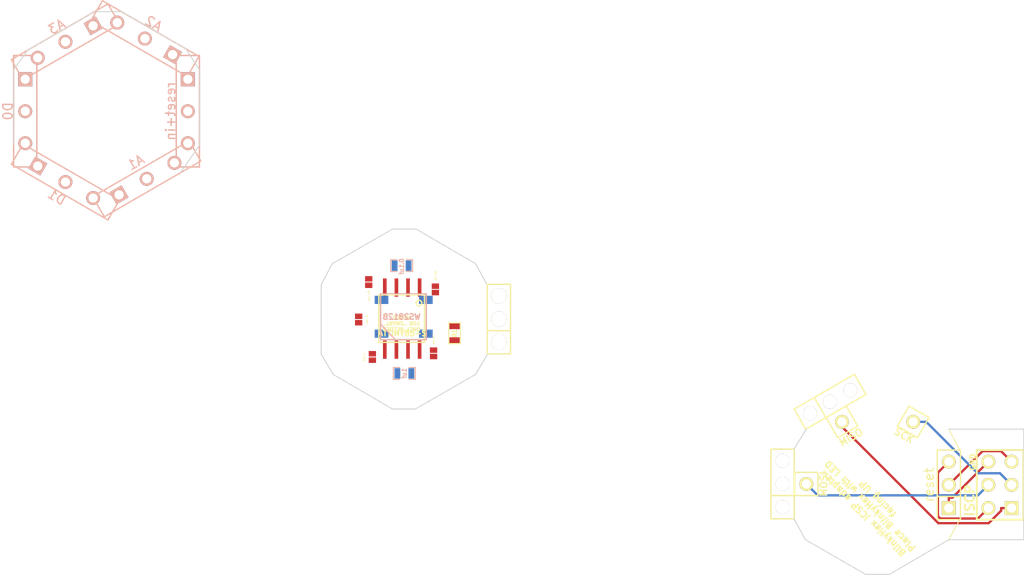
<source format=kicad_pcb>
(kicad_pcb (version 3) (host pcbnew "(2013-07-07 BZR 4022)-stable")

  (general
    (links 43)
    (no_connects 37)
    (area 23.449999 12.849999 100.450001 50.750001)
    (thickness 1.6)
    (drawings 34)
    (tracks 24)
    (zones 0)
    (modules 24)
    (nets 16)
  )

  (page A3)
  (layers
    (15 F.Cu signal)
    (0 B.Cu signal)
    (16 B.Adhes user)
    (17 F.Adhes user)
    (18 B.Paste user)
    (19 F.Paste user)
    (20 B.SilkS user)
    (21 F.SilkS user)
    (22 B.Mask user)
    (23 F.Mask user)
    (24 Dwgs.User user)
    (25 Cmts.User user)
    (26 Eco1.User user)
    (27 Eco2.User user)
    (28 Edge.Cuts user)
  )

  (setup
    (last_trace_width 0.254)
    (trace_clearance 0.254)
    (zone_clearance 0.508)
    (zone_45_only no)
    (trace_min 0.254)
    (segment_width 0.1)
    (edge_width 0.1)
    (via_size 0.889)
    (via_drill 0.635)
    (via_min_size 0.889)
    (via_min_drill 0.508)
    (uvia_size 0.508)
    (uvia_drill 0.127)
    (uvias_allowed no)
    (uvia_min_size 0.508)
    (uvia_min_drill 0.127)
    (pcb_text_width 0.3)
    (pcb_text_size 1.5 1.5)
    (mod_edge_width 0.15)
    (mod_text_size 1 1)
    (mod_text_width 0.15)
    (pad_size 1.524 1.524)
    (pad_drill 1.016)
    (pad_to_mask_clearance 0)
    (aux_axis_origin 0 0)
    (visible_elements 7FFFFBFF)
    (pcbplotparams
      (layerselection 3178497)
      (usegerberextensions true)
      (excludeedgelayer true)
      (linewidth 0.150000)
      (plotframeref false)
      (viasonmask false)
      (mode 1)
      (useauxorigin false)
      (hpglpennumber 1)
      (hpglpenspeed 20)
      (hpglpendiameter 15)
      (hpglpenoverlay 2)
      (psnegative false)
      (psa4output false)
      (plotreference true)
      (plotvalue true)
      (plotothertext true)
      (plotinvisibletext false)
      (padsonsilk false)
      (subtractmaskfromsilk false)
      (outputformat 1)
      (mirror false)
      (drillshape 0)
      (scaleselection 1)
      (outputdirectory Gerber.v1/))
  )

  (net 0 "")
  (net 1 +5V)
  (net 2 0)
  (net 3 0+1)
  (net 4 1)
  (net 5 A1)
  (net 6 A2)
  (net 7 A3)
  (net 8 GND)
  (net 9 N-0000010)
  (net 10 N-0000011)
  (net 11 N-0000012)
  (net 12 N-000007)
  (net 13 N-000008)
  (net 14 N-000009)
  (net 15 reset)

  (net_class Default "This is the default net class."
    (clearance 0.254)
    (trace_width 0.254)
    (via_dia 0.889)
    (via_drill 0.635)
    (uvia_dia 0.508)
    (uvia_drill 0.127)
    (add_net "")
    (add_net 0)
    (add_net 0+1)
    (add_net 1)
    (add_net A1)
    (add_net A2)
    (add_net A3)
    (add_net N-0000010)
    (add_net N-0000011)
    (add_net N-0000012)
    (add_net N-000007)
    (add_net N-000008)
    (add_net N-000009)
    (add_net reset)
  )

  (net_class double ""
    (clearance 0.3)
    (trace_width 0.4)
    (via_dia 0.889)
    (via_drill 0.635)
    (uvia_dia 0.508)
    (uvia_drill 0.127)
    (add_net +5V)
    (add_net GND)
  )

  (module PIN_ARRAY_3X1 (layer F.Cu) (tedit 55801C05) (tstamp 55803C87)
    (at 42.95 22.75 90)
    (descr "Connecteur 3 pins")
    (tags "CONN DEV")
    (fp_text reference PIN_ARRAY_3X1 (at 0.254 -2.159 90) (layer F.SilkS) hide
      (effects (font (size 0.6 0.6) (thickness 0.15)))
    )
    (fp_text value Val** (at 0 -2.159 90) (layer F.SilkS) hide
      (effects (font (size 1.016 1.016) (thickness 0.1524)))
    )
    (fp_line (start -3.81 1.27) (end -3.81 -1.27) (layer F.SilkS) (width 0.1524))
    (fp_line (start -3.81 -1.27) (end 3.81 -1.27) (layer F.SilkS) (width 0.1524))
    (fp_line (start 3.81 -1.27) (end 3.81 1.27) (layer F.SilkS) (width 0.1524))
    (fp_line (start 3.81 1.27) (end -3.81 1.27) (layer F.SilkS) (width 0.1524))
    (fp_line (start -1.27 -1.27) (end -1.27 1.27) (layer F.SilkS) (width 0.1524))
    (pad 1 thru_hole circle (at -2.54 0 90) (size 1.7 1.7) (drill 1.7)
      (layers *.Cu *.Mask F.SilkS)
    )
    (pad 2 thru_hole circle (at 0 0 90) (size 1.7 1.7) (drill 1.7)
      (layers *.Cu *.Mask F.SilkS)
    )
    (pad 3 thru_hole circle (at 2.54 0 90) (size 1.7 1.7) (drill 1.7)
      (layers *.Cu *.Mask F.SilkS)
    )
    (model pin_array/pins_array_3x1.wrl
      (at (xyz 0 0 0))
      (scale (xyz 1 1 1))
      (rotate (xyz 0 0 0))
    )
  )

  (module SM0603 (layer F.Cu) (tedit 4E43A3D1) (tstamp 55802E39)
    (at 38.1 24.3 90)
    (path /5580084B)
    (attr smd)
    (fp_text reference R1 (at 0 0 90) (layer F.SilkS)
      (effects (font (size 0.508 0.4572) (thickness 0.1143)))
    )
    (fp_text value 10k (at 0 0 90) (layer F.SilkS) hide
      (effects (font (size 0.508 0.4572) (thickness 0.1143)))
    )
    (fp_line (start -1.143 -0.635) (end 1.143 -0.635) (layer F.SilkS) (width 0.127))
    (fp_line (start 1.143 -0.635) (end 1.143 0.635) (layer F.SilkS) (width 0.127))
    (fp_line (start 1.143 0.635) (end -1.143 0.635) (layer F.SilkS) (width 0.127))
    (fp_line (start -1.143 0.635) (end -1.143 -0.635) (layer F.SilkS) (width 0.127))
    (pad 1 smd rect (at -0.762 0 90) (size 0.635 1.143)
      (layers F.Cu F.Paste F.Mask)
      (net 1 +5V)
    )
    (pad 2 smd rect (at 0.762 0 90) (size 0.635 1.143)
      (layers F.Cu F.Paste F.Mask)
      (net 15 reset)
    )
    (model smd\resistors\R0603.wrl
      (at (xyz 0 0 0.001))
      (scale (xyz 0.5 0.5 0.5))
      (rotate (xyz 0 0 0))
    )
  )

  (module 603_bridge (layer F.Cu) (tedit 557E9B37) (tstamp 55802E34)
    (at 36 19.5 270)
    (path /557D576C)
    (fp_text reference P1 (at 0 -0.9 270) (layer F.SilkS) hide
      (effects (font (size 0.20066 0.20066) (thickness 0.04064)))
    )
    (fp_text value act-a2 (at -1.5 0 270) (layer F.SilkS)
      (effects (font (size 0.20066 0.20066) (thickness 0.04064)))
    )
    (pad 1 smd rect (at 0.35 0 270) (size 0.6 0.8)
      (layers F.Cu F.Paste F.Mask)
      (net 6 A2)
    )
    (pad 2 smd rect (at -0.35 0 270) (size 0.6 0.8)
      (layers F.Cu F.Paste F.Mask)
      (net 15 reset)
    )
    (model smd/capacitors/c_0603.wrl
      (at (xyz 0 0 0))
      (scale (xyz 1 1 1))
      (rotate (xyz 0 0 0))
    )
  )

  (module SOIC8_W (layer F.Cu) (tedit 557EA21F) (tstamp 55802E24)
    (at 32.4 22.8 180)
    (descr SOIC8_W)
    (tags SOIC8_W)
    (path /557D4034)
    (fp_text reference IC2 (at 0 -1.5 180) (layer F.SilkS) hide
      (effects (font (size 0.6 0.6) (thickness 0.15)))
    )
    (fp_text value ATTINY85-S (at 0 -1.5 180) (layer F.SilkS)
      (effects (font (size 0.6 0.6) (thickness 0.15)))
    )
    (fp_circle (center -1.8 1.8) (end -1.5 1.9) (layer F.SilkS) (width 0.15))
    (fp_line (start -2.4 2.7) (end 2.6 2.7) (layer F.SilkS) (width 0.15))
    (fp_line (start 2.6 2.7) (end 2.6 -2.5) (layer F.SilkS) (width 0.15))
    (fp_line (start 2.6 -2.5) (end -2.4 -2.5) (layer F.SilkS) (width 0.15))
    (fp_line (start -2.4 -2.5) (end -2.4 2.7) (layer F.SilkS) (width 0.15))
    (pad 5 smd rect (at 1.94 -3.3 180) (size 0.4 2)
      (layers F.Cu F.Paste F.Mask)
      (net 2 0)
    )
    (pad 6 smd rect (at 0.67 -3.3 180) (size 0.4 2)
      (layers F.Cu F.Paste F.Mask)
      (net 4 1)
    )
    (pad 7 smd rect (at -0.6 -3.3 180) (size 0.4 2)
      (layers F.Cu F.Paste F.Mask)
      (net 5 A1)
    )
    (pad 8 smd rect (at -1.87 -3.3 180) (size 0.4 2)
      (layers F.Cu F.Paste F.Mask)
      (net 1 +5V)
    )
    (pad 1 smd rect (at -1.87 3.5 180) (size 0.4 2)
      (layers F.Cu F.Paste F.Mask)
      (net 15 reset)
    )
    (pad 2 smd rect (at -0.6 3.5 180) (size 0.4 2)
      (layers F.Cu F.Paste F.Mask)
      (net 7 A3)
    )
    (pad 3 smd rect (at 0.67 3.5 180) (size 0.4 2)
      (layers F.Cu F.Paste F.Mask)
      (net 6 A2)
    )
    (pad 4 smd rect (at 1.94 3.5 180) (size 0.4 2)
      (layers F.Cu F.Paste F.Mask)
      (net 8 GND)
    )
  )

  (module SM0603_Capa (layer B.Cu) (tedit 557D51D9) (tstamp 55802E19)
    (at 32.3 16.9 180)
    (path /557D300D)
    (attr smd)
    (fp_text reference C1 (at 0 0 450) (layer B.SilkS) hide
      (effects (font (size 0.508 0.4572) (thickness 0.1143)) (justify mirror))
    )
    (fp_text value 0.1uf (at 0 -0.1 450) (layer B.SilkS)
      (effects (font (size 0.508 0.4572) (thickness 0.1143)) (justify mirror))
    )
    (fp_line (start 0.50038 -0.65024) (end 1.19888 -0.65024) (layer B.SilkS) (width 0.11938))
    (fp_line (start -0.50038 -0.65024) (end -1.19888 -0.65024) (layer B.SilkS) (width 0.11938))
    (fp_line (start 0.50038 0.65024) (end 1.19888 0.65024) (layer B.SilkS) (width 0.11938))
    (fp_line (start -1.19888 0.65024) (end -0.50038 0.65024) (layer B.SilkS) (width 0.11938))
    (fp_line (start 1.19888 0.635) (end 1.19888 -0.635) (layer B.SilkS) (width 0.11938))
    (fp_line (start -1.19888 -0.635) (end -1.19888 0.635) (layer B.SilkS) (width 0.11938))
    (pad 1 smd rect (at -0.762 0 180) (size 0.635 1.143)
      (layers B.Cu B.Paste B.Mask)
      (net 1 +5V)
    )
    (pad 2 smd rect (at 0.762 0 180) (size 0.635 1.143)
      (layers B.Cu B.Paste B.Mask)
      (net 8 GND)
    )
    (model smd\capacitors\C0603.wrl
      (at (xyz 0 0 0.001))
      (scale (xyz 0.5 0.5 0.5))
      (rotate (xyz 0 0 0))
    )
  )

  (module SM0603_Capa (layer B.Cu) (tedit 557D51D2) (tstamp 55802E0E)
    (at 32.6 28.7)
    (path /557D3024)
    (attr smd)
    (fp_text reference C2 (at 0 0 270) (layer B.SilkS) hide
      (effects (font (size 0.508 0.4572) (thickness 0.1143)) (justify mirror))
    )
    (fp_text value 1uf (at 0 0 270) (layer B.SilkS)
      (effects (font (size 0.508 0.4572) (thickness 0.1143)) (justify mirror))
    )
    (fp_line (start 0.50038 -0.65024) (end 1.19888 -0.65024) (layer B.SilkS) (width 0.11938))
    (fp_line (start -0.50038 -0.65024) (end -1.19888 -0.65024) (layer B.SilkS) (width 0.11938))
    (fp_line (start 0.50038 0.65024) (end 1.19888 0.65024) (layer B.SilkS) (width 0.11938))
    (fp_line (start -1.19888 0.65024) (end -0.50038 0.65024) (layer B.SilkS) (width 0.11938))
    (fp_line (start 1.19888 0.635) (end 1.19888 -0.635) (layer B.SilkS) (width 0.11938))
    (fp_line (start -1.19888 -0.635) (end -1.19888 0.635) (layer B.SilkS) (width 0.11938))
    (pad 1 smd rect (at -0.762 0) (size 0.635 1.143)
      (layers B.Cu B.Paste B.Mask)
      (net 1 +5V)
    )
    (pad 2 smd rect (at 0.762 0) (size 0.635 1.143)
      (layers B.Cu B.Paste B.Mask)
      (net 8 GND)
    )
    (model smd\capacitors\C0603.wrl
      (at (xyz 0 0 0.001))
      (scale (xyz 0.5 0.5 0.5))
      (rotate (xyz 0 0 0))
    )
  )

  (module ws2812b (layer B.Cu) (tedit 557EA22C) (tstamp 55802DC0)
    (at 32.5 22.5 180)
    (descr ws2812b)
    (tags ws2812b)
    (path /557D2EB9)
    (fp_text reference IC1 (at 0 3.5 180) (layer B.SilkS) hide
      (effects (font (size 1 1) (thickness 0.15)) (justify mirror))
    )
    (fp_text value WS2812B (at 0.2 0 180) (layer B.SilkS)
      (effects (font (size 0.6 0.6) (thickness 0.15)) (justify mirror))
    )
    (fp_line (start 0.9 -2.5) (end 2.5 -0.8) (layer B.SilkS) (width 0.15))
    (fp_line (start -2.5 -2.5) (end -2.5 2.5) (layer B.SilkS) (width 0.15))
    (fp_line (start -2.5 2.5) (end 2.5 2.5) (layer B.SilkS) (width 0.15))
    (fp_line (start 2.5 2.5) (end 2.5 -2.5) (layer B.SilkS) (width 0.15))
    (fp_line (start 2.5 -2.5) (end -2.5 -2.5) (layer B.SilkS) (width 0.15))
    (pad 1 smd rect (at -2.45 1.85 180) (size 1.5 0.9)
      (layers B.Cu B.Paste B.Mask)
      (net 3 0+1)
    )
    (pad 2 smd rect (at -2.45 -1.85 180) (size 1.5 0.9)
      (layers B.Cu B.Paste B.Mask)
      (net 1 +5V)
    )
    (pad 3 smd rect (at 2.4 -1.85 180) (size 1.5 0.9)
      (layers B.Cu B.Paste B.Mask)
      (net 2 0)
    )
    (pad 4 smd rect (at 2.4 1.85 180) (size 1.5 0.9)
      (layers B.Cu B.Paste B.Mask)
      (net 8 GND)
    )
  )

  (module 603_bridge (layer F.Cu) (tedit 557E9B41) (tstamp 55802DBB)
    (at 28.7 18.7 90)
    (path /557D57B7)
    (fp_text reference P2 (at 0 -0.9 90) (layer F.SilkS) hide
      (effects (font (size 0.20066 0.20066) (thickness 0.04064)))
    )
    (fp_text value act-a3 (at -1.5 0 90) (layer F.SilkS)
      (effects (font (size 0.20066 0.20066) (thickness 0.04064)))
    )
    (pad 1 smd rect (at 0.35 0 90) (size 0.6 0.8)
      (layers F.Cu F.Paste F.Mask)
      (net 7 A3)
    )
    (pad 2 smd rect (at -0.35 0 90) (size 0.6 0.8)
      (layers F.Cu F.Paste F.Mask)
      (net 15 reset)
    )
    (model smd/capacitors/c_0603.wrl
      (at (xyz 0 0 0))
      (scale (xyz 1 1 1))
      (rotate (xyz 0 0 0))
    )
  )

  (module 603_bridge (layer F.Cu) (tedit 557E9B2B) (tstamp 55802DB6)
    (at 35.8 26.5 270)
    (path /557D57E2)
    (fp_text reference P3 (at 0 -0.9 270) (layer F.SilkS) hide
      (effects (font (size 0.20066 0.20066) (thickness 0.04064)))
    )
    (fp_text value act-a1 (at -1.5 0 270) (layer F.SilkS)
      (effects (font (size 0.20066 0.20066) (thickness 0.04064)))
    )
    (pad 1 smd rect (at 0.35 0 270) (size 0.6 0.8)
      (layers F.Cu F.Paste F.Mask)
      (net 5 A1)
    )
    (pad 2 smd rect (at -0.35 0 270) (size 0.6 0.8)
      (layers F.Cu F.Paste F.Mask)
      (net 15 reset)
    )
    (model smd/capacitors/c_0603.wrl
      (at (xyz 0 0 0))
      (scale (xyz 1 1 1))
      (rotate (xyz 0 0 0))
    )
  )

  (module 603_bridge (layer F.Cu) (tedit 557E9B07) (tstamp 55802DB1)
    (at 29.1 26.9 270)
    (path /557D581D)
    (fp_text reference P4 (at 0 -0.9 270) (layer F.SilkS) hide
      (effects (font (size 0.20066 0.20066) (thickness 0.04064)))
    )
    (fp_text value act-1 (at 0 0.9 270) (layer F.SilkS)
      (effects (font (size 0.20066 0.20066) (thickness 0.04064)))
    )
    (pad 1 smd rect (at 0.35 0 270) (size 0.6 0.8)
      (layers F.Cu F.Paste F.Mask)
      (net 4 1)
    )
    (pad 2 smd rect (at -0.35 0 270) (size 0.6 0.8)
      (layers F.Cu F.Paste F.Mask)
      (net 15 reset)
    )
    (model smd/capacitors/c_0603.wrl
      (at (xyz 0 0 0))
      (scale (xyz 1 1 1))
      (rotate (xyz 0 0 0))
    )
  )

  (module 603_bridge (layer F.Cu) (tedit 557E9AFF) (tstamp 55802DAC)
    (at 27.6 22.8 90)
    (path /557D5825)
    (fp_text reference P5 (at 0 -0.9 90) (layer F.SilkS) hide
      (effects (font (size 0.20066 0.20066) (thickness 0.04064)))
    )
    (fp_text value act-0 (at 0 0.9 90) (layer F.SilkS)
      (effects (font (size 0.20066 0.20066) (thickness 0.04064)))
    )
    (pad 1 smd rect (at 0.35 0 90) (size 0.6 0.8)
      (layers F.Cu F.Paste F.Mask)
      (net 2 0)
    )
    (pad 2 smd rect (at -0.35 0 90) (size 0.6 0.8)
      (layers F.Cu F.Paste F.Mask)
      (net 15 reset)
    )
    (model smd/capacitors/c_0603.wrl
      (at (xyz 0 0 0))
      (scale (xyz 1 1 1))
      (rotate (xyz 0 0 0))
    )
  )

  (module PIN_ARRAY_3X1   locked (layer F.Cu) (tedit 55800997) (tstamp 55800863)
    (at 92.2 40.9 90)
    (descr "Connecteur 3 pins")
    (tags "CONN DEV")
    (path /558007A6)
    (fp_text reference K7 (at 0 1.9 90) (layer F.SilkS) hide
      (effects (font (size 1.016 1.016) (thickness 0.1524)))
    )
    (fp_text value reset (at 0 -2.159 90) (layer F.SilkS)
      (effects (font (size 1.016 1.016) (thickness 0.1524)))
    )
    (fp_line (start -3.81 1.27) (end -3.81 -1.27) (layer F.SilkS) (width 0.1524))
    (fp_line (start -3.81 -1.27) (end 3.81 -1.27) (layer F.SilkS) (width 0.1524))
    (fp_line (start 3.81 -1.27) (end 3.81 1.27) (layer F.SilkS) (width 0.1524))
    (fp_line (start 3.81 1.27) (end -3.81 1.27) (layer F.SilkS) (width 0.1524))
    (fp_line (start -1.27 -1.27) (end -1.27 1.27) (layer F.SilkS) (width 0.1524))
    (pad 1 thru_hole rect (at -2.54 0 90) (size 1.524 1.524) (drill 1.016)
      (layers *.Cu *.Mask F.SilkS)
      (net 13 N-000008)
    )
    (pad 2 thru_hole circle (at 0 0 90) (size 1.524 1.524) (drill 1.016)
      (layers *.Cu *.Mask F.SilkS)
      (net 9 N-0000010)
    )
    (pad 3 thru_hole circle (at 2.54 0 90) (size 1.524 1.524) (drill 1.016)
      (layers *.Cu *.Mask F.SilkS)
      (net 14 N-000009)
    )
    (model pin_array/pins_array_3x1.wrl
      (at (xyz 0 0 0))
      (scale (xyz 1 1 1))
      (rotate (xyz 0 0 0))
    )
  )

  (module pin_array_3x2 (layer F.Cu) (tedit 55800D4D) (tstamp 558008C0)
    (at 97.8 40.9 90)
    (descr "Double rangee de contacts 2 x 4 pins")
    (tags CONN)
    (path /5580078F)
    (fp_text reference P9 (at 0 -3.3 90) (layer F.SilkS) hide
      (effects (font (size 1.016 1.016) (thickness 0.2032)))
    )
    (fp_text value ISCP (at -1.7 -3.3 90) (layer F.SilkS)
      (effects (font (size 1.016 1.016) (thickness 0.2032)))
    )
    (fp_line (start 3.81 2.54) (end -3.81 2.54) (layer F.SilkS) (width 0.2032))
    (fp_line (start -3.81 -2.54) (end 3.81 -2.54) (layer F.SilkS) (width 0.2032))
    (fp_line (start 3.81 -2.54) (end 3.81 2.54) (layer F.SilkS) (width 0.2032))
    (fp_line (start -3.81 2.54) (end -3.81 -2.54) (layer F.SilkS) (width 0.2032))
    (pad 1 thru_hole rect (at -2.54 1.27 90) (size 1.524 1.524) (drill 1.016)
      (layers *.Cu *.Mask F.SilkS)
      (net 12 N-000007)
    )
    (pad 2 thru_hole circle (at -2.54 -1.27 90) (size 1.524 1.524) (drill 1.016)
      (layers *.Cu *.Mask F.SilkS)
      (net 14 N-000009)
    )
    (pad 3 thru_hole circle (at 0 1.27 90) (size 1.524 1.524) (drill 1.016)
      (layers *.Cu *.Mask F.SilkS)
      (net 10 N-0000011)
    )
    (pad 4 thru_hole circle (at 0 -1.27 90) (size 1.524 1.524) (drill 1.016)
      (layers *.Cu *.Mask F.SilkS)
      (net 11 N-0000012)
    )
    (pad 5 thru_hole circle (at 2.54 1.27 90) (size 1.524 1.524) (drill 1.016)
      (layers *.Cu *.Mask F.SilkS)
      (net 9 N-0000010)
    )
    (pad 6 thru_hole circle (at 2.54 -1.27 90) (size 1.524 1.524) (drill 1.016)
      (layers *.Cu *.Mask F.SilkS)
      (net 13 N-000008)
    )
    (model pin_array/pins_array_3x2.wrl
      (at (xyz 0 0 0))
      (scale (xyz 1 1 1))
      (rotate (xyz 0 0 0))
    )
  )

  (module PIN_ARRAY_1   locked (layer F.Cu) (tedit 55800D19) (tstamp 55800D1C)
    (at 80.5 34 210)
    (descr "1 pin")
    (tags "CONN DEV")
    (path /558007E1)
    (fp_text reference P6 (at 0 -1.905 210) (layer F.SilkS) hide
      (effects (font (size 0.762 0.762) (thickness 0.1524)))
    )
    (fp_text value MISO (at -0.016025 -1.972243 210) (layer F.SilkS)
      (effects (font (size 0.762 0.762) (thickness 0.1524)))
    )
    (fp_line (start 1.27 1.27) (end -1.27 1.27) (layer F.SilkS) (width 0.1524))
    (fp_line (start -1.27 -1.27) (end 1.27 -1.27) (layer F.SilkS) (width 0.1524))
    (fp_line (start -1.27 1.27) (end -1.27 -1.27) (layer F.SilkS) (width 0.1524))
    (fp_line (start 1.27 -1.27) (end 1.27 1.27) (layer F.SilkS) (width 0.1524))
    (pad 1 thru_hole circle (at 0 0 210) (size 1.524 1.524) (drill 1.016)
      (layers *.Cu *.Mask F.SilkS)
      (net 12 N-000007)
    )
    (model pin_array\pin_1.wrl
      (at (xyz 0 0 0))
      (scale (xyz 1 1 1))
      (rotate (xyz 0 0 0))
    )
  )

  (module PIN_ARRAY_1   locked (layer F.Cu) (tedit 55800D2D) (tstamp 55800907)
    (at 88.3 34 150)
    (descr "1 pin")
    (tags "CONN DEV")
    (path /55800802)
    (fp_text reference P7 (at 0 -1.905 150) (layer F.SilkS) hide
      (effects (font (size 0.762 0.762) (thickness 0.1524)))
    )
    (fp_text value SCK (at 0.116025 -1.799038 150) (layer F.SilkS)
      (effects (font (size 0.762 0.762) (thickness 0.1524)))
    )
    (fp_line (start 1.27 1.27) (end -1.27 1.27) (layer F.SilkS) (width 0.1524))
    (fp_line (start -1.27 -1.27) (end 1.27 -1.27) (layer F.SilkS) (width 0.1524))
    (fp_line (start -1.27 1.27) (end -1.27 -1.27) (layer F.SilkS) (width 0.1524))
    (fp_line (start 1.27 -1.27) (end 1.27 1.27) (layer F.SilkS) (width 0.1524))
    (pad 1 thru_hole circle (at 0 0 150) (size 1.524 1.524) (drill 1.016)
      (layers *.Cu *.Mask F.SilkS)
      (net 10 N-0000011)
    )
    (model pin_array\pin_1.wrl
      (at (xyz 0 0 0))
      (scale (xyz 1 1 1))
      (rotate (xyz 0 0 0))
    )
  )

  (module PIN_ARRAY_1   locked (layer F.Cu) (tedit 55800CF1) (tstamp 55800910)
    (at 76.6 40.8 270)
    (descr "1 pin")
    (tags "CONN DEV")
    (path /55800808)
    (fp_text reference P8 (at 0 -1.905 270) (layer F.SilkS) hide
      (effects (font (size 0.762 0.762) (thickness 0.1524)))
    )
    (fp_text value MOSI (at 0 -1.9 270) (layer F.SilkS)
      (effects (font (size 0.762 0.762) (thickness 0.1524)))
    )
    (fp_line (start 1.27 1.27) (end -1.27 1.27) (layer F.SilkS) (width 0.1524))
    (fp_line (start -1.27 -1.27) (end 1.27 -1.27) (layer F.SilkS) (width 0.1524))
    (fp_line (start -1.27 1.27) (end -1.27 -1.27) (layer F.SilkS) (width 0.1524))
    (fp_line (start 1.27 -1.27) (end 1.27 1.27) (layer F.SilkS) (width 0.1524))
    (pad 1 thru_hole circle (at 0 0 270) (size 1.524 1.524) (drill 1.016)
      (layers *.Cu *.Mask F.SilkS)
      (net 11 N-0000012)
    )
    (model pin_array\pin_1.wrl
      (at (xyz 0 0 0))
      (scale (xyz 1 1 1))
      (rotate (xyz 0 0 0))
    )
  )

  (module PIN_ARRAY_3X1 (layer F.Cu) (tedit 55912349) (tstamp 5591248E)
    (at 79.2 31.8 30)
    (descr "Connecteur 3 pins")
    (tags "CONN DEV")
    (fp_text reference 2 (at 0.254 -2.159 30) (layer F.SilkS) hide
      (effects (font (size 1.016 1.016) (thickness 0.1524)))
    )
    (fp_text value Val** (at 0 -2.159 30) (layer F.SilkS) hide
      (effects (font (size 1.016 1.016) (thickness 0.1524)))
    )
    (fp_line (start -3.81 1.27) (end -3.81 -1.27) (layer F.SilkS) (width 0.1524))
    (fp_line (start -3.81 -1.27) (end 3.81 -1.27) (layer F.SilkS) (width 0.1524))
    (fp_line (start 3.81 -1.27) (end 3.81 1.27) (layer F.SilkS) (width 0.1524))
    (fp_line (start 3.81 1.27) (end -3.81 1.27) (layer F.SilkS) (width 0.1524))
    (fp_line (start -1.27 -1.27) (end -1.27 1.27) (layer F.SilkS) (width 0.1524))
    (pad 1 thru_hole circle (at -2.54 0 30) (size 1.524 1.524) (drill 1.524)
      (layers *.Cu *.Mask F.SilkS)
    )
    (pad 2 thru_hole circle (at 0 0 30) (size 1.524 1.524) (drill 1.524)
      (layers *.Cu *.Mask F.SilkS)
    )
    (pad 3 thru_hole circle (at 2.54 0 30) (size 1.524 1.524) (drill 1.524)
      (layers *.Cu *.Mask F.SilkS)
    )
    (model pin_array/pins_array_3x1.wrl
      (at (xyz 0 0 0))
      (scale (xyz 1 1 1))
      (rotate (xyz 0 0 0))
    )
  )

  (module PIN_ARRAY_3X1 (layer F.Cu) (tedit 559123DA) (tstamp 559124F9)
    (at 74 40.8 90)
    (descr "Connecteur 3 pins")
    (tags "CONN DEV")
    (fp_text reference 3 (at 0.254 -2.159 90) (layer F.SilkS) hide
      (effects (font (size 1.016 1.016) (thickness 0.1524)))
    )
    (fp_text value Val** (at 0 -2.159 90) (layer F.SilkS) hide
      (effects (font (size 1.016 1.016) (thickness 0.1524)))
    )
    (fp_line (start -3.81 1.27) (end -3.81 -1.27) (layer F.SilkS) (width 0.1524))
    (fp_line (start -3.81 -1.27) (end 3.81 -1.27) (layer F.SilkS) (width 0.1524))
    (fp_line (start 3.81 -1.27) (end 3.81 1.27) (layer F.SilkS) (width 0.1524))
    (fp_line (start 3.81 1.27) (end -3.81 1.27) (layer F.SilkS) (width 0.1524))
    (fp_line (start -1.27 -1.27) (end -1.27 1.27) (layer F.SilkS) (width 0.1524))
    (pad 1 thru_hole circle (at -2.54 0 90) (size 1.524 1.524) (drill 1.524)
      (layers *.Cu *.Mask F.SilkS)
    )
    (pad 2 thru_hole circle (at 0 0 90) (size 1.524 1.524) (drill 1.524)
      (layers *.Cu *.Mask F.SilkS)
    )
    (pad 3 thru_hole circle (at 2.54 0 90) (size 1.524 1.524) (drill 1.524)
      (layers *.Cu *.Mask F.SilkS)
    )
    (model pin_array/pins_array_3x1.wrl
      (at (xyz 0 0 0))
      (scale (xyz 1 1 1))
      (rotate (xyz 0 0 0))
    )
  )

  (module pixelstrip-array (layer B.Cu) (tedit 559530F3) (tstamp 55953BA9)
    (at -4.5 -7.6 210)
    (path /557D32EE)
    (fp_text reference K2 (at 0 2 210) (layer B.SilkS) hide
      (effects (font (size 1.016 1.016) (thickness 0.1524)) (justify mirror))
    )
    (fp_text value A3 (at 0 1.9 210) (layer B.SilkS)
      (effects (font (size 1.016 1.016) (thickness 0.1524)) (justify mirror))
    )
    (fp_line (start -6.1 -1.27) (end -6.1 1.27) (layer B.SilkS) (width 0.1524))
    (fp_line (start -6.1 1.27) (end 6.1 1.27) (layer B.SilkS) (width 0.1524))
    (fp_line (start 6.1 1.27) (end 6.1 -1.27) (layer B.SilkS) (width 0.1524))
    (fp_line (start 6.1 -1.27) (end -6.1 -1.27) (layer B.SilkS) (width 0.1524))
    (pad 1 thru_hole rect (at -3.5 0 210) (size 1.524 1.524) (drill 1.016)
      (layers *.Cu *.Mask B.SilkS)
      (net 8 GND)
    )
    (pad 2 thru_hole circle (at 0 0 210) (size 1.524 1.524) (drill 1.016)
      (layers *.Cu *.Mask B.SilkS)
      (net 7 A3)
    )
    (pad 3 thru_hole circle (at 3.5 0 210) (size 1.524 1.524) (drill 1.016)
      (layers *.Cu *.Mask B.SilkS)
      (net 1 +5V)
    )
    (model pin_array/pins_array_3x1.wrl
      (at (xyz 0 0 0))
      (scale (xyz 1 1 1))
      (rotate (xyz 0 0 0))
    )
  )

  (module pixelstrip-array (layer B.Cu) (tedit 5591292C) (tstamp 55953946)
    (at 8.9 0 270)
    (path /557D30A7)
    (fp_text reference K5 (at 0 -2.2 270) (layer B.SilkS) hide
      (effects (font (size 1.016 1.016) (thickness 0.1524)) (justify mirror))
    )
    (fp_text value reset+in (at 0 1.9 270) (layer B.SilkS)
      (effects (font (size 1.016 1.016) (thickness 0.1524)) (justify mirror))
    )
    (fp_line (start -6.1 -1.27) (end -6.1 1.27) (layer B.SilkS) (width 0.1524))
    (fp_line (start -6.1 1.27) (end 6.1 1.27) (layer B.SilkS) (width 0.1524))
    (fp_line (start 6.1 1.27) (end 6.1 -1.27) (layer B.SilkS) (width 0.1524))
    (fp_line (start 6.1 -1.27) (end -6.1 -1.27) (layer B.SilkS) (width 0.1524))
    (pad 1 thru_hole rect (at -3.5 0 270) (size 1.524 1.524) (drill 1.016)
      (layers *.Cu *.Mask B.SilkS)
      (net 8 GND)
    )
    (pad 2 thru_hole circle (at 0 0 270) (size 1.524 1.524) (drill 1.016)
      (layers *.Cu *.Mask B.SilkS)
      (net 15 reset)
    )
    (pad 3 thru_hole circle (at 3.5 0 270) (size 1.524 1.524) (drill 1.016)
      (layers *.Cu *.Mask B.SilkS)
      (net 1 +5V)
    )
    (model pin_array/pins_array_3x1.wrl
      (at (xyz 0 0 0))
      (scale (xyz 1 1 1))
      (rotate (xyz 0 0 0))
    )
  )

  (module pixelstrip-array (layer B.Cu) (tedit 5591292C) (tstamp 559531D5)
    (at -4.5 7.75 330)
    (path /557D324C)
    (fp_text reference K6 (at 0 -2.2 330) (layer B.SilkS) hide
      (effects (font (size 1.016 1.016) (thickness 0.1524)) (justify mirror))
    )
    (fp_text value D1 (at 0 1.9 330) (layer B.SilkS)
      (effects (font (size 1.016 1.016) (thickness 0.1524)) (justify mirror))
    )
    (fp_line (start -6.1 -1.27) (end -6.1 1.27) (layer B.SilkS) (width 0.1524))
    (fp_line (start -6.1 1.27) (end 6.1 1.27) (layer B.SilkS) (width 0.1524))
    (fp_line (start 6.1 1.27) (end 6.1 -1.27) (layer B.SilkS) (width 0.1524))
    (fp_line (start 6.1 -1.27) (end -6.1 -1.27) (layer B.SilkS) (width 0.1524))
    (pad 1 thru_hole rect (at -3.5 0 330) (size 1.524 1.524) (drill 1.016)
      (layers *.Cu *.Mask B.SilkS)
      (net 8 GND)
    )
    (pad 2 thru_hole circle (at 0 0 330) (size 1.524 1.524) (drill 1.016)
      (layers *.Cu *.Mask B.SilkS)
      (net 4 1)
    )
    (pad 3 thru_hole circle (at 3.5 0 330) (size 1.524 1.524) (drill 1.016)
      (layers *.Cu *.Mask B.SilkS)
      (net 1 +5V)
    )
    (model pin_array/pins_array_3x1.wrl
      (at (xyz 0 0 0))
      (scale (xyz 1 1 1))
      (rotate (xyz 0 0 0))
    )
  )

  (module pixelstrip-array (layer B.Cu) (tedit 5591292C) (tstamp 55953952)
    (at -8.9 0 270)
    (path /557D3288)
    (fp_text reference K1 (at 0 -2.2 270) (layer B.SilkS) hide
      (effects (font (size 1.016 1.016) (thickness 0.1524)) (justify mirror))
    )
    (fp_text value D0 (at 0 1.9 270) (layer B.SilkS)
      (effects (font (size 1.016 1.016) (thickness 0.1524)) (justify mirror))
    )
    (fp_line (start -6.1 -1.27) (end -6.1 1.27) (layer B.SilkS) (width 0.1524))
    (fp_line (start -6.1 1.27) (end 6.1 1.27) (layer B.SilkS) (width 0.1524))
    (fp_line (start 6.1 1.27) (end 6.1 -1.27) (layer B.SilkS) (width 0.1524))
    (fp_line (start 6.1 -1.27) (end -6.1 -1.27) (layer B.SilkS) (width 0.1524))
    (pad 1 thru_hole rect (at -3.5 0 270) (size 1.524 1.524) (drill 1.016)
      (layers *.Cu *.Mask B.SilkS)
      (net 8 GND)
    )
    (pad 2 thru_hole circle (at 0 0 270) (size 1.524 1.524) (drill 1.016)
      (layers *.Cu *.Mask B.SilkS)
      (net 3 0+1)
    )
    (pad 3 thru_hole circle (at 3.5 0 270) (size 1.524 1.524) (drill 1.016)
      (layers *.Cu *.Mask B.SilkS)
      (net 1 +5V)
    )
    (model pin_array/pins_array_3x1.wrl
      (at (xyz 0 0 0))
      (scale (xyz 1 1 1))
      (rotate (xyz 0 0 0))
    )
  )

  (module pixelstrip-array (layer B.Cu) (tedit 559532AC) (tstamp 55953D24)
    (at 4.4 7.4 30)
    (path /557D32B3)
    (fp_text reference K3 (at 0 -2.2 30) (layer B.SilkS) hide
      (effects (font (size 1.016 1.016) (thickness 0.1524)) (justify mirror))
    )
    (fp_text value A1 (at -0.13923 -2.158846 30) (layer B.SilkS)
      (effects (font (size 1.016 1.016) (thickness 0.1524)) (justify mirror))
    )
    (fp_line (start -6.1 -1.27) (end -6.1 1.27) (layer B.SilkS) (width 0.1524))
    (fp_line (start -6.1 1.27) (end 6.1 1.27) (layer B.SilkS) (width 0.1524))
    (fp_line (start 6.1 1.27) (end 6.1 -1.27) (layer B.SilkS) (width 0.1524))
    (fp_line (start 6.1 -1.27) (end -6.1 -1.27) (layer B.SilkS) (width 0.1524))
    (pad 1 thru_hole rect (at -3.5 0 30) (size 1.524 1.524) (drill 1.016)
      (layers *.Cu *.Mask B.SilkS)
      (net 8 GND)
    )
    (pad 2 thru_hole circle (at 0 0 30) (size 1.524 1.524) (drill 1.016)
      (layers *.Cu *.Mask B.SilkS)
      (net 5 A1)
    )
    (pad 3 thru_hole circle (at 3.5 0 30) (size 1.524 1.524) (drill 1.016)
      (layers *.Cu *.Mask B.SilkS)
      (net 1 +5V)
    )
    (model pin_array/pins_array_3x1.wrl
      (at (xyz 0 0 0))
      (scale (xyz 1 1 1))
      (rotate (xyz 0 0 0))
    )
  )

  (module pixelstrip-array (layer B.Cu) (tedit 5591292C) (tstamp 559535C5)
    (at 4.2 -7.95 150)
    (path /557D32DC)
    (fp_text reference K4 (at 0 -2.2 150) (layer B.SilkS) hide
      (effects (font (size 1.016 1.016) (thickness 0.1524)) (justify mirror))
    )
    (fp_text value A2 (at 0 1.9 150) (layer B.SilkS)
      (effects (font (size 1.016 1.016) (thickness 0.1524)) (justify mirror))
    )
    (fp_line (start -6.1 -1.27) (end -6.1 1.27) (layer B.SilkS) (width 0.1524))
    (fp_line (start -6.1 1.27) (end 6.1 1.27) (layer B.SilkS) (width 0.1524))
    (fp_line (start 6.1 1.27) (end 6.1 -1.27) (layer B.SilkS) (width 0.1524))
    (fp_line (start 6.1 -1.27) (end -6.1 -1.27) (layer B.SilkS) (width 0.1524))
    (pad 1 thru_hole rect (at -3.5 0 150) (size 1.524 1.524) (drill 1.016)
      (layers *.Cu *.Mask B.SilkS)
      (net 8 GND)
    )
    (pad 2 thru_hole circle (at 0 0 150) (size 1.524 1.524) (drill 1.016)
      (layers *.Cu *.Mask B.SilkS)
      (net 6 A2)
    )
    (pad 3 thru_hole circle (at 3.5 0 150) (size 1.524 1.524) (drill 1.016)
      (layers *.Cu *.Mask B.SilkS)
      (net 1 +5V)
    )
    (model pin_array/pins_array_3x1.wrl
      (at (xyz 0 0 0))
      (scale (xyz 1 1 1))
      (rotate (xyz 0 0 0))
    )
  )

  (gr_line (start -8.6 -6.7) (end -10.2 -4.5) (angle 90) (layer Edge.Cuts) (width 0.1))
  (gr_line (start -10.2 -4.5) (end -10.2 3.7) (angle 90) (layer Edge.Cuts) (width 0.1))
  (gr_line (start 10.2 3.7) (end 10.2 -4.5) (angle 90) (layer Edge.Cuts) (width 0.1))
  (gr_line (start -1.3 -10.9) (end -8.6 -6.7) (angle 90) (layer Edge.Cuts) (width 0.1))
  (gr_line (start 1.7 -10.9) (end -1.3 -10.9) (angle 90) (layer Edge.Cuts) (width 0.1))
  (gr_line (start 8.7 -6.8) (end 1.7 -10.9) (angle 90) (layer Edge.Cuts) (width 0.1))
  (gr_line (start 10.2 -4.5) (end 8.7 -6.8) (angle 90) (layer Edge.Cuts) (width 0.1))
  (gr_line (start 8.1 6.7) (end 10.2 3.7) (angle 90) (layer Edge.Cuts) (width 0.1))
  (gr_line (start 75.2 37) (end 75.3 36.9) (angle 90) (layer Edge.Cuts) (width 0.1))
  (gr_line (start 75.2 44.6) (end 75.3 44.7) (angle 90) (layer Edge.Cuts) (width 0.1))
  (gr_line (start 75.3 44.7) (end 76.5 46.9) (angle 90) (layer Edge.Cuts) (width 0.1))
  (gr_line (start 75.3 36.9) (end 76.6 34.8) (angle 90) (layer Edge.Cuts) (width 0.1))
  (gr_line (start 33.9 12.9) (end 31.3 12.9) (angle 90) (layer Edge.Cuts) (width 0.1) (tstamp 55802EEA))
  (gr_text "ONLY NEEDED\nFOR \"SMART\"\nHEXES" (at 32.3 23.2 180) (layer F.SilkS) (tstamp 55802EE9)
    (effects (font (size 0.4 0.4) (thickness 0.1)))
  )
  (gr_line (start 24.8 28.8) (end 23.5 26.6) (angle 90) (layer Edge.Cuts) (width 0.1) (tstamp 55802EE8))
  (gr_line (start 31.3 32.6) (end 24.8 28.8) (angle 90) (layer Edge.Cuts) (width 0.1) (tstamp 55802EE7))
  (gr_line (start 40.4 28.8) (end 33.8 32.6) (angle 90) (layer Edge.Cuts) (width 0.1) (tstamp 55802EE6))
  (gr_line (start 41.7 26.6) (end 40.4 28.8) (angle 90) (layer Edge.Cuts) (width 0.1) (tstamp 55802EE5))
  (gr_line (start 40.4 16.7) (end 33.9 12.9) (angle 90) (layer Edge.Cuts) (width 0.1) (tstamp 55802EE4))
  (gr_line (start 41.6 18.9) (end 40.4 16.7) (angle 90) (layer Edge.Cuts) (width 0.1) (tstamp 55802EE3))
  (gr_line (start 31.3 32.6) (end 33.8 32.6) (angle 90) (layer Edge.Cuts) (width 0.1) (tstamp 55802EE1))
  (gr_line (start 24.7 16.7) (end 31.3 12.9) (angle 90) (layer Edge.Cuts) (width 0.1) (tstamp 55802EE0))
  (gr_line (start 23.5 19) (end 24.7 16.7) (angle 90) (layer Edge.Cuts) (width 0.1) (tstamp 55802EDF))
  (gr_line (start 23.5 26.6) (end 23.5 19) (angle 90) (layer Edge.Cuts) (width 0.1) (tstamp 55802EDE))
  (gr_line (start 85.7 50.7) (end 83.1 50.7) (angle 90) (layer Edge.Cuts) (width 0.1))
  (gr_line (start 100.4 46.9) (end 92.2 46.9) (angle 90) (layer Edge.Cuts) (width 0.1))
  (gr_line (start 100.4 34.8) (end 100.4 46.9) (angle 90) (layer Edge.Cuts) (width 0.1))
  (gr_line (start 92.2 34.8) (end 100.4 34.8) (angle 90) (layer Edge.Cuts) (width 0.1))
  (gr_text "BlinkyHex ICSP adapter.\nPlace BlinkyHex with LED\nfacing UP" (at 83.6 43.2 135) (layer F.SilkS)
    (effects (font (size 0.7 0.7) (thickness 0.175)))
  )
  (gr_text GND (at 94.8 38.4 90) (layer F.SilkS)
    (effects (font (size 0.6 0.6) (thickness 0.15)))
  )
  (gr_line (start 76.5 46.9) (end 83.1 50.7) (angle 90) (layer Edge.Cuts) (width 0.1) (tstamp 55800ADB))
  (gr_line (start 93.4 44.7) (end 92.2 46.9) (angle 90) (layer F.SilkS) (width 0.1) (tstamp 55800AD7))
  (gr_line (start 92.2 46.9) (end 85.7 50.7) (angle 90) (layer Edge.Cuts) (width 0.1) (tstamp 55800AD6))
  (gr_line (start 93.4 37.1) (end 92.2 34.8) (angle 90) (layer F.SilkS) (width 0.1) (tstamp 55800AD5))

  (segment (start 95.8977 37.2023) (end 92.2 40.9) (width 0.254) (layer F.Cu) (net 9))
  (segment (start 97.9123 37.2023) (end 95.8977 37.2023) (width 0.254) (layer F.Cu) (net 9))
  (segment (start 99.07 38.36) (end 97.9123 37.2023) (width 0.254) (layer F.Cu) (net 9))
  (segment (start 97.8 39.63) (end 99.07 40.9) (width 0.254) (layer B.Cu) (net 10))
  (segment (start 95.3563 39.63) (end 97.8 39.63) (width 0.254) (layer B.Cu) (net 10))
  (segment (start 89.7263 34) (end 95.3563 39.63) (width 0.254) (layer B.Cu) (net 10))
  (segment (start 88.3 34) (end 89.7263 34) (width 0.254) (layer B.Cu) (net 10))
  (segment (start 95.3844 42.0456) (end 96.53 40.9) (width 0.254) (layer B.Cu) (net 11))
  (segment (start 77.8456 42.0456) (end 95.3844 42.0456) (width 0.254) (layer B.Cu) (net 11))
  (segment (start 76.6 40.8) (end 77.8456 42.0456) (width 0.254) (layer B.Cu) (net 11))
  (segment (start 99.07 43.44) (end 97.9267 43.44) (width 0.254) (layer F.Cu) (net 12))
  (segment (start 97.9267 43.7259) (end 97.9267 43.44) (width 0.254) (layer F.Cu) (net 12))
  (segment (start 96.561 45.0916) (end 97.9267 43.7259) (width 0.254) (layer F.Cu) (net 12))
  (segment (start 91.0525 45.0916) (end 96.561 45.0916) (width 0.254) (layer F.Cu) (net 12))
  (segment (start 80.5 34.5391) (end 91.0525 45.0916) (width 0.254) (layer F.Cu) (net 12))
  (segment (start 80.5 34) (end 80.5 34.5391) (width 0.254) (layer F.Cu) (net 12))
  (segment (start 92.5933 42.2967) (end 92.2 42.2967) (width 0.254) (layer F.Cu) (net 13))
  (segment (start 96.53 38.36) (end 92.5933 42.2967) (width 0.254) (layer F.Cu) (net 13))
  (segment (start 92.2 43.44) (end 92.2 42.2967) (width 0.254) (layer F.Cu) (net 13))
  (segment (start 91.0053 39.5547) (end 92.2 38.36) (width 0.254) (layer F.Cu) (net 14))
  (segment (start 91.0053 44.3256) (end 91.0053 39.5547) (width 0.254) (layer F.Cu) (net 14))
  (segment (start 91.263 44.5833) (end 91.0053 44.3256) (width 0.254) (layer F.Cu) (net 14))
  (segment (start 95.3867 44.5833) (end 91.263 44.5833) (width 0.254) (layer F.Cu) (net 14))
  (segment (start 96.53 43.44) (end 95.3867 44.5833) (width 0.254) (layer F.Cu) (net 14))

)

</source>
